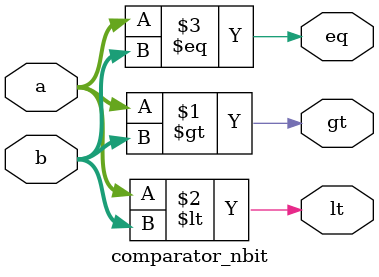
<source format=v>

module comparator_nbit #(parameter n=2)
(input [n-1:0]a,b,
 output gt,lt,eq);

assign gt=a>b,
	lt=a<b,
	eq=(a==b);
endmodule

</source>
